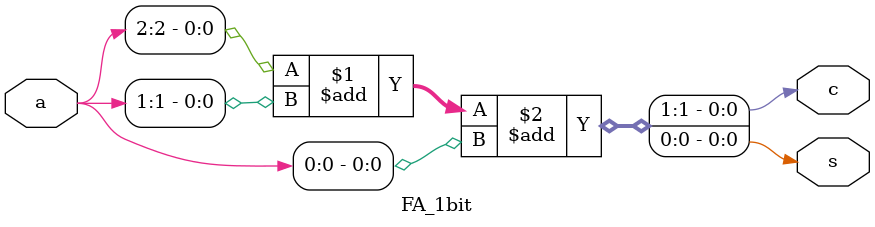
<source format=v>
`timescale 1ns / 1ps


module FA_1bit(
    input [2:0] a,
    output s,
    output c
    );
    assign {c,s}=a[2]+a[1]+a[0];
endmodule

</source>
